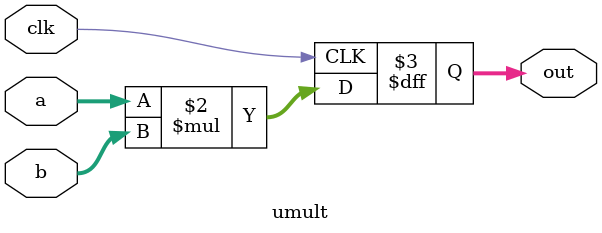
<source format=sv>
module umult
#(
  parameter AWIDTH = 8,
  parameter BWIDTH = 8,
  parameter PIPELINE = 1,
  parameter OWIDTH = AWIDTH + BWIDTH
)
(
  input wire                  clk = '0,
  input         [AWIDTH-1:0]  a,
  input         [BWIDTH-1:0]  b,
  output logic  [OWIDTH-1:0]  out
);

generate
  if(PIPELINE == 0)
    assign out = a * b;
  else if(PIPELINE == 1) begin
    always_ff @ (posedge clk) out <= a * b;
  end
  else if (PIPELINE == 2) begin
    logic [AWIDTH-1:0] ar;
    logic [BWIDTH-1:0] br;
    always_ff @ (posedge clk) begin
      ar <= a;
      br <= b;
      out <= ar * br;
    end
  end
  else
    $fatal("PIPELINE must be 0,1,2");
endgenerate

endmodule
</source>
